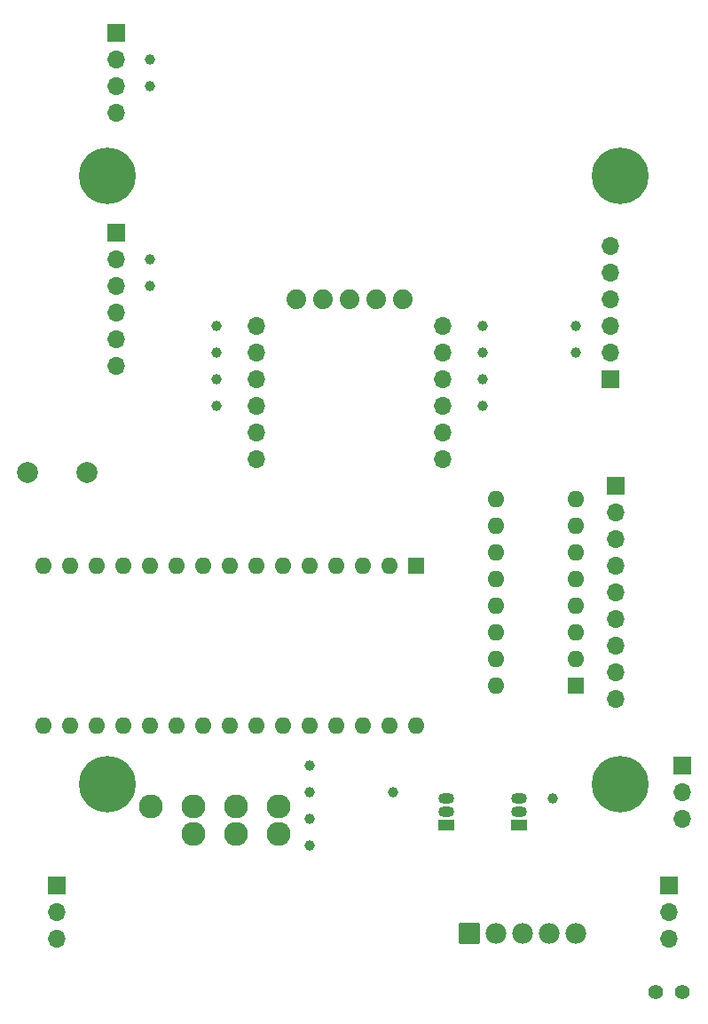
<source format=gbr>
%TF.GenerationSoftware,KiCad,Pcbnew,8.0.1*%
%TF.CreationDate,2024-08-15T18:35:28+01:00*%
%TF.ProjectId,ProjectAlienMainBoard,50726f6a-6563-4744-916c-69656e4d6169,1.0*%
%TF.SameCoordinates,Original*%
%TF.FileFunction,Soldermask,Bot*%
%TF.FilePolarity,Negative*%
%FSLAX46Y46*%
G04 Gerber Fmt 4.6, Leading zero omitted, Abs format (unit mm)*
G04 Created by KiCad (PCBNEW 8.0.1) date 2024-08-15 18:35:28*
%MOMM*%
%LPD*%
G01*
G04 APERTURE LIST*
G04 Aperture macros list*
%AMRoundRect*
0 Rectangle with rounded corners*
0 $1 Rounding radius*
0 $2 $3 $4 $5 $6 $7 $8 $9 X,Y pos of 4 corners*
0 Add a 4 corners polygon primitive as box body*
4,1,4,$2,$3,$4,$5,$6,$7,$8,$9,$2,$3,0*
0 Add four circle primitives for the rounded corners*
1,1,$1+$1,$2,$3*
1,1,$1+$1,$4,$5*
1,1,$1+$1,$6,$7*
1,1,$1+$1,$8,$9*
0 Add four rect primitives between the rounded corners*
20,1,$1+$1,$2,$3,$4,$5,0*
20,1,$1+$1,$4,$5,$6,$7,0*
20,1,$1+$1,$6,$7,$8,$9,0*
20,1,$1+$1,$8,$9,$2,$3,0*%
G04 Aperture macros list end*
%ADD10C,1.879600*%
%ADD11C,1.000000*%
%ADD12R,1.600000X1.600000*%
%ADD13O,1.600000X1.600000*%
%ADD14C,5.400000*%
%ADD15O,1.700000X1.700000*%
%ADD16R,1.700000X1.700000*%
%ADD17R,1.500000X1.050000*%
%ADD18O,1.500000X1.050000*%
%ADD19C,1.400000*%
%ADD20C,2.000000*%
%ADD21RoundRect,0.101600X-0.889000X0.889000X-0.889000X-0.889000X0.889000X-0.889000X0.889000X0.889000X0*%
%ADD22C,1.981200*%
%ADD23C,2.286000*%
G04 APERTURE END LIST*
D10*
%TO.C,J8*%
X132080000Y-83820000D03*
X134620000Y-83820000D03*
X137160000Y-83820000D03*
X139700000Y-83820000D03*
X142240000Y-83820000D03*
%TD*%
D11*
%TO.C,TP9*%
X124421974Y-86321974D03*
%TD*%
%TO.C,TP20*%
X158750000Y-88900000D03*
%TD*%
%TO.C,TP11*%
X124421974Y-91401974D03*
%TD*%
D12*
%TO.C,A1*%
X143510000Y-109230000D03*
D13*
X140970000Y-109230000D03*
X138430000Y-109230000D03*
X135890000Y-109230000D03*
X133350000Y-109230000D03*
X130810000Y-109230000D03*
X128270000Y-109230000D03*
X125730000Y-109230000D03*
X123190000Y-109230000D03*
X120650000Y-109230000D03*
X118110000Y-109230000D03*
X115570000Y-109230000D03*
X113030000Y-109230000D03*
X110490000Y-109230000D03*
X107950000Y-109230000D03*
X107950000Y-124470000D03*
X110490000Y-124470000D03*
X113030000Y-124470000D03*
X115570000Y-124470000D03*
X118110000Y-124470000D03*
X120650000Y-124470000D03*
X123190000Y-124470000D03*
X125730000Y-124470000D03*
X128270000Y-124470000D03*
X130810000Y-124470000D03*
X133350000Y-124470000D03*
X135890000Y-124470000D03*
X138430000Y-124470000D03*
X140970000Y-124470000D03*
X143510000Y-124470000D03*
%TD*%
D14*
%TO.C,H4*%
X163000000Y-72000000D03*
%TD*%
D11*
%TO.C,TP8*%
X133350000Y-135890000D03*
%TD*%
%TO.C,TP12*%
X124421974Y-93941974D03*
%TD*%
D15*
%TO.C,M1*%
X146011974Y-86321974D03*
X146011974Y-88861974D03*
X146011974Y-91401974D03*
X146011974Y-93941974D03*
X146011974Y-96481974D03*
X146011974Y-99021974D03*
X128231974Y-99021974D03*
X128231974Y-96481974D03*
X128231974Y-93941974D03*
X128231974Y-91401974D03*
X128231974Y-88861974D03*
X128231974Y-86321974D03*
%TD*%
D11*
%TO.C,TP15*%
X149821974Y-91401974D03*
%TD*%
D14*
%TO.C,H1*%
X114000000Y-72000000D03*
%TD*%
D11*
%TO.C,TP3*%
X141284399Y-130783321D03*
%TD*%
D14*
%TO.C,H3*%
X163000000Y-130000000D03*
%TD*%
D12*
%TO.C,U1*%
X158750000Y-120650000D03*
D13*
X158750000Y-118110000D03*
X158750000Y-115570000D03*
X158750000Y-113030000D03*
X158750000Y-110490000D03*
X158750000Y-107950000D03*
X158750000Y-105410000D03*
X158750000Y-102870000D03*
X151130000Y-102870000D03*
X151130000Y-105410000D03*
X151130000Y-107950000D03*
X151130000Y-110490000D03*
X151130000Y-113030000D03*
X151130000Y-115570000D03*
X151130000Y-118110000D03*
X151130000Y-120650000D03*
%TD*%
D11*
%TO.C,TP16*%
X149821974Y-93941974D03*
%TD*%
D16*
%TO.C,J9*%
X167640000Y-139700000D03*
D15*
X167640000Y-142240000D03*
X167640000Y-144780000D03*
%TD*%
D11*
%TO.C,TP2*%
X118110000Y-63500000D03*
%TD*%
D17*
%TO.C,Q2*%
X153349399Y-133958321D03*
D18*
X153349399Y-132688321D03*
X153349399Y-131418321D03*
%TD*%
D11*
%TO.C,TP7*%
X133350000Y-133350000D03*
%TD*%
D19*
%TO.C,GND1*%
X166370000Y-149860000D03*
X168910000Y-149860000D03*
%TD*%
D11*
%TO.C,TP19*%
X158750000Y-86360000D03*
%TD*%
D20*
%TO.C,SW1*%
X106395000Y-100330000D03*
X112045000Y-100330000D03*
%TD*%
D11*
%TO.C,TP6*%
X133350000Y-130810000D03*
%TD*%
%TO.C,TP1*%
X118110000Y-60960000D03*
%TD*%
%TO.C,TP5*%
X133350000Y-128270000D03*
%TD*%
%TO.C,TP4*%
X156524399Y-131418321D03*
%TD*%
%TO.C,TP13*%
X149821974Y-86321974D03*
%TD*%
D14*
%TO.C,H2*%
X114000000Y-130000000D03*
%TD*%
D11*
%TO.C,TP14*%
X149821974Y-88861974D03*
%TD*%
%TO.C,TP18*%
X118110000Y-80010000D03*
%TD*%
%TO.C,TP17*%
X118110000Y-82550000D03*
%TD*%
D16*
%TO.C,J1*%
X162560000Y-101600000D03*
D15*
X162560000Y-104140000D03*
X162560000Y-106680000D03*
X162560000Y-109220000D03*
X162560000Y-111760000D03*
X162560000Y-114300000D03*
X162560000Y-116840000D03*
X162560000Y-119380000D03*
X162560000Y-121920000D03*
%TD*%
D11*
%TO.C,TP10*%
X124421974Y-88861974D03*
%TD*%
D17*
%TO.C,Q1*%
X146364399Y-133958321D03*
D18*
X146364399Y-132688321D03*
X146364399Y-131418321D03*
%TD*%
D16*
%TO.C,J10*%
X109220000Y-139700000D03*
D15*
X109220000Y-142240000D03*
X109220000Y-144780000D03*
%TD*%
D16*
%TO.C,J6*%
X114865000Y-58430000D03*
D15*
X114865000Y-60970000D03*
X114865000Y-63510000D03*
X114865000Y-66050000D03*
%TD*%
D21*
%TO.C,J7*%
X148590000Y-144250000D03*
D22*
X151130000Y-144250000D03*
X153670000Y-144250000D03*
X156210000Y-144250000D03*
X158750000Y-144250000D03*
%TD*%
D16*
%TO.C,J4*%
X161995000Y-91440000D03*
D15*
X161995000Y-88900000D03*
X161995000Y-86360000D03*
X161995000Y-83820000D03*
X161995000Y-81280000D03*
X161995000Y-78740000D03*
%TD*%
D16*
%TO.C,J5*%
X168910000Y-128270000D03*
D15*
X168910000Y-130810000D03*
X168910000Y-133350000D03*
%TD*%
D23*
%TO.C,J2*%
X118162569Y-132179026D03*
X122226569Y-132179026D03*
X126290569Y-132179026D03*
X130354569Y-132179026D03*
X130354569Y-134790426D03*
X126290569Y-134790426D03*
X122226569Y-134790426D03*
%TD*%
D16*
%TO.C,J3*%
X114865000Y-77470000D03*
D15*
X114865000Y-80010000D03*
X114865000Y-82550000D03*
X114865000Y-85090000D03*
X114865000Y-87630000D03*
X114865000Y-90170000D03*
%TD*%
M02*

</source>
